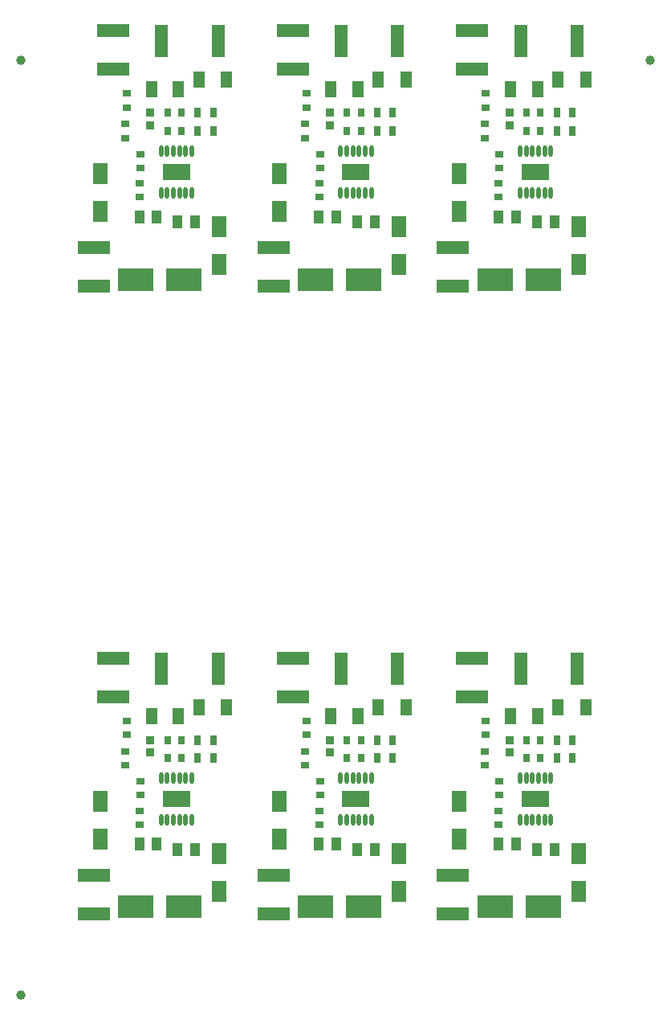
<source format=gtp>
G04*
G04 #@! TF.GenerationSoftware,Altium Limited,Altium Designer,18.1.9 (240)*
G04*
G04 Layer_Color=8421504*
%FSAX25Y25*%
%MOIN*%
G70*
G01*
G75*
%ADD10C,0.03937*%
%ADD11R,0.13386X0.05315*%
%ADD12R,0.02953X0.03543*%
%ADD13R,0.03543X0.02953*%
%ADD14R,0.03150X0.03937*%
%ADD15R,0.15000X0.09449*%
%ADD16R,0.04528X0.06890*%
%ADD17R,0.06496X0.08661*%
%ADD18R,0.03740X0.03347*%
%ADD19R,0.04331X0.05315*%
%ADD20R,0.05315X0.13386*%
%ADD21R,0.04921X0.06890*%
%ADD22R,0.11417X0.06693*%
%ADD23O,0.01772X0.04724*%
D10*
X0524000Y0552819D02*
D03*
X0262500D02*
D03*
Y0165181D02*
D03*
D11*
X0300913Y0288862D02*
D03*
Y0304807D02*
D03*
X0292882Y0214846D02*
D03*
Y0198902D02*
D03*
X0375480Y0288862D02*
D03*
Y0304807D02*
D03*
X0367449Y0214846D02*
D03*
Y0198902D02*
D03*
X0450047Y0288862D02*
D03*
Y0304807D02*
D03*
X0442016Y0214846D02*
D03*
Y0198902D02*
D03*
X0300913Y0549012D02*
D03*
Y0564956D02*
D03*
X0292882Y0474996D02*
D03*
Y0459051D02*
D03*
X0375480Y0549012D02*
D03*
Y0564956D02*
D03*
X0367449Y0474996D02*
D03*
Y0459051D02*
D03*
X0450047Y0549012D02*
D03*
Y0564956D02*
D03*
X0442016Y0474996D02*
D03*
Y0459051D02*
D03*
D12*
X0329161Y0263370D02*
D03*
X0323453D02*
D03*
X0329161Y0270850D02*
D03*
X0323453D02*
D03*
X0403728Y0263370D02*
D03*
X0398020D02*
D03*
X0403728Y0270850D02*
D03*
X0398020D02*
D03*
X0478295Y0263370D02*
D03*
X0472587D02*
D03*
X0478295Y0270850D02*
D03*
X0472587D02*
D03*
X0329161Y0523519D02*
D03*
X0323453D02*
D03*
X0329161Y0531000D02*
D03*
X0323453D02*
D03*
X0403728Y0523519D02*
D03*
X0398020D02*
D03*
X0403728Y0531000D02*
D03*
X0398020D02*
D03*
X0478295Y0523519D02*
D03*
X0472587D02*
D03*
X0478295Y0531000D02*
D03*
X0472587D02*
D03*
D13*
X0305992Y0266146D02*
D03*
Y0260437D02*
D03*
X0306583Y0278823D02*
D03*
Y0273114D02*
D03*
X0312213Y0247957D02*
D03*
Y0253665D02*
D03*
X0311858Y0235831D02*
D03*
Y0241539D02*
D03*
X0380559Y0266146D02*
D03*
Y0260437D02*
D03*
X0381150Y0278823D02*
D03*
Y0273114D02*
D03*
X0386779Y0247957D02*
D03*
Y0253665D02*
D03*
X0386425Y0235831D02*
D03*
Y0241539D02*
D03*
X0455126Y0266146D02*
D03*
Y0260437D02*
D03*
X0455717Y0278823D02*
D03*
Y0273114D02*
D03*
X0461346Y0247957D02*
D03*
Y0253665D02*
D03*
X0460992Y0235831D02*
D03*
Y0241539D02*
D03*
X0305992Y0526295D02*
D03*
Y0520586D02*
D03*
X0306583Y0538972D02*
D03*
Y0533263D02*
D03*
X0312213Y0508106D02*
D03*
Y0513815D02*
D03*
X0311858Y0495980D02*
D03*
Y0501689D02*
D03*
X0380559Y0526295D02*
D03*
Y0520586D02*
D03*
X0381150Y0538972D02*
D03*
Y0533263D02*
D03*
X0386779Y0508106D02*
D03*
Y0513815D02*
D03*
X0386425Y0495980D02*
D03*
Y0501689D02*
D03*
X0455126Y0526295D02*
D03*
Y0520586D02*
D03*
X0455717Y0538972D02*
D03*
Y0533263D02*
D03*
X0461346Y0508106D02*
D03*
Y0513815D02*
D03*
X0460992Y0495980D02*
D03*
Y0501689D02*
D03*
D14*
X0342465Y0263350D02*
D03*
X0335968D02*
D03*
X0342465Y0270850D02*
D03*
X0335968D02*
D03*
X0417031Y0263350D02*
D03*
X0410535D02*
D03*
X0417031Y0270850D02*
D03*
X0410535D02*
D03*
X0491598Y0263350D02*
D03*
X0485102D02*
D03*
X0491598Y0270850D02*
D03*
X0485102D02*
D03*
X0342465Y0523500D02*
D03*
X0335968D02*
D03*
X0342465Y0531000D02*
D03*
X0335968D02*
D03*
X0417031Y0523500D02*
D03*
X0410535D02*
D03*
X0417031Y0531000D02*
D03*
X0410535D02*
D03*
X0491598Y0523500D02*
D03*
X0485102D02*
D03*
X0491598Y0531000D02*
D03*
X0485102D02*
D03*
D15*
X0310362Y0201716D02*
D03*
X0330362D02*
D03*
X0384929D02*
D03*
X0404929D02*
D03*
X0459496D02*
D03*
X0479496D02*
D03*
X0310362Y0461866D02*
D03*
X0330362D02*
D03*
X0384929D02*
D03*
X0404929D02*
D03*
X0459496D02*
D03*
X0479496D02*
D03*
D16*
X0336405Y0284591D02*
D03*
X0348020D02*
D03*
X0410972D02*
D03*
X0422587D02*
D03*
X0485539D02*
D03*
X0497154D02*
D03*
X0336405Y0544740D02*
D03*
X0348020D02*
D03*
X0410972D02*
D03*
X0422587D02*
D03*
X0485539D02*
D03*
X0497154D02*
D03*
D17*
X0295480Y0229827D02*
D03*
Y0245575D02*
D03*
X0344969Y0207976D02*
D03*
Y0223724D02*
D03*
X0370047Y0229827D02*
D03*
Y0245575D02*
D03*
X0419535Y0207976D02*
D03*
Y0223724D02*
D03*
X0444614Y0229827D02*
D03*
Y0245575D02*
D03*
X0494102Y0207976D02*
D03*
Y0223724D02*
D03*
X0295480Y0489976D02*
D03*
Y0505724D02*
D03*
X0344969Y0468126D02*
D03*
Y0483874D02*
D03*
X0370047Y0489976D02*
D03*
Y0505724D02*
D03*
X0419535Y0468126D02*
D03*
Y0483874D02*
D03*
X0444614Y0489976D02*
D03*
Y0505724D02*
D03*
X0494102Y0468126D02*
D03*
Y0483874D02*
D03*
D18*
X0316347Y0270850D02*
D03*
Y0265732D02*
D03*
X0390913Y0270850D02*
D03*
Y0265732D02*
D03*
X0465480Y0270850D02*
D03*
Y0265732D02*
D03*
X0316347Y0531000D02*
D03*
Y0525881D02*
D03*
X0390913Y0531000D02*
D03*
Y0525881D02*
D03*
X0465480Y0531000D02*
D03*
Y0525881D02*
D03*
D19*
X0334988Y0225457D02*
D03*
X0327705D02*
D03*
X0311760Y0227661D02*
D03*
X0319043D02*
D03*
X0409555Y0225457D02*
D03*
X0402272D02*
D03*
X0386327Y0227661D02*
D03*
X0393610D02*
D03*
X0484122Y0225457D02*
D03*
X0476839D02*
D03*
X0460894Y0227661D02*
D03*
X0468177D02*
D03*
X0334988Y0485606D02*
D03*
X0327705D02*
D03*
X0311760Y0487811D02*
D03*
X0319043D02*
D03*
X0409555Y0485606D02*
D03*
X0402272D02*
D03*
X0386327Y0487811D02*
D03*
X0393610D02*
D03*
X0484122Y0485606D02*
D03*
X0476839D02*
D03*
X0460894Y0487811D02*
D03*
X0468177D02*
D03*
D20*
X0321012Y0300535D02*
D03*
X0344437D02*
D03*
X0395579D02*
D03*
X0419004D02*
D03*
X0470146D02*
D03*
X0493571D02*
D03*
X0321012Y0560685D02*
D03*
X0344437D02*
D03*
X0395579D02*
D03*
X0419004D02*
D03*
X0470146D02*
D03*
X0493571D02*
D03*
D21*
X0327980Y0280772D02*
D03*
X0316760D02*
D03*
X0402547D02*
D03*
X0391327D02*
D03*
X0477114D02*
D03*
X0465894D02*
D03*
X0327980Y0540921D02*
D03*
X0316760D02*
D03*
X0402547D02*
D03*
X0391327D02*
D03*
X0477114D02*
D03*
X0465894D02*
D03*
D22*
X0327134Y0246370D02*
D03*
X0401701D02*
D03*
X0476268D02*
D03*
X0327134Y0506519D02*
D03*
X0401701D02*
D03*
X0476268D02*
D03*
D23*
X0320736Y0237709D02*
D03*
X0323295D02*
D03*
X0325854D02*
D03*
X0328413D02*
D03*
X0330972D02*
D03*
X0333531D02*
D03*
X0320736Y0255031D02*
D03*
X0323295D02*
D03*
X0325854D02*
D03*
X0328413D02*
D03*
X0330972D02*
D03*
X0333531D02*
D03*
X0395303Y0237709D02*
D03*
X0397862D02*
D03*
X0400421D02*
D03*
X0402980D02*
D03*
X0405539D02*
D03*
X0408098D02*
D03*
X0395303Y0255031D02*
D03*
X0397862D02*
D03*
X0400421D02*
D03*
X0402980D02*
D03*
X0405539D02*
D03*
X0408098D02*
D03*
X0469870Y0237709D02*
D03*
X0472429D02*
D03*
X0474988D02*
D03*
X0477547D02*
D03*
X0480106D02*
D03*
X0482665D02*
D03*
X0469870Y0255031D02*
D03*
X0472429D02*
D03*
X0474988D02*
D03*
X0477547D02*
D03*
X0480106D02*
D03*
X0482665D02*
D03*
X0320736Y0497858D02*
D03*
X0323295D02*
D03*
X0325854D02*
D03*
X0328413D02*
D03*
X0330972D02*
D03*
X0333531D02*
D03*
X0320736Y0515181D02*
D03*
X0323295D02*
D03*
X0325854D02*
D03*
X0328413D02*
D03*
X0330972D02*
D03*
X0333531D02*
D03*
X0395303Y0497858D02*
D03*
X0397862D02*
D03*
X0400421D02*
D03*
X0402980D02*
D03*
X0405539D02*
D03*
X0408098D02*
D03*
X0395303Y0515181D02*
D03*
X0397862D02*
D03*
X0400421D02*
D03*
X0402980D02*
D03*
X0405539D02*
D03*
X0408098D02*
D03*
X0469870Y0497858D02*
D03*
X0472429D02*
D03*
X0474988D02*
D03*
X0477547D02*
D03*
X0480106D02*
D03*
X0482665D02*
D03*
X0469870Y0515181D02*
D03*
X0472429D02*
D03*
X0474988D02*
D03*
X0477547D02*
D03*
X0480106D02*
D03*
X0482665D02*
D03*
M02*

</source>
